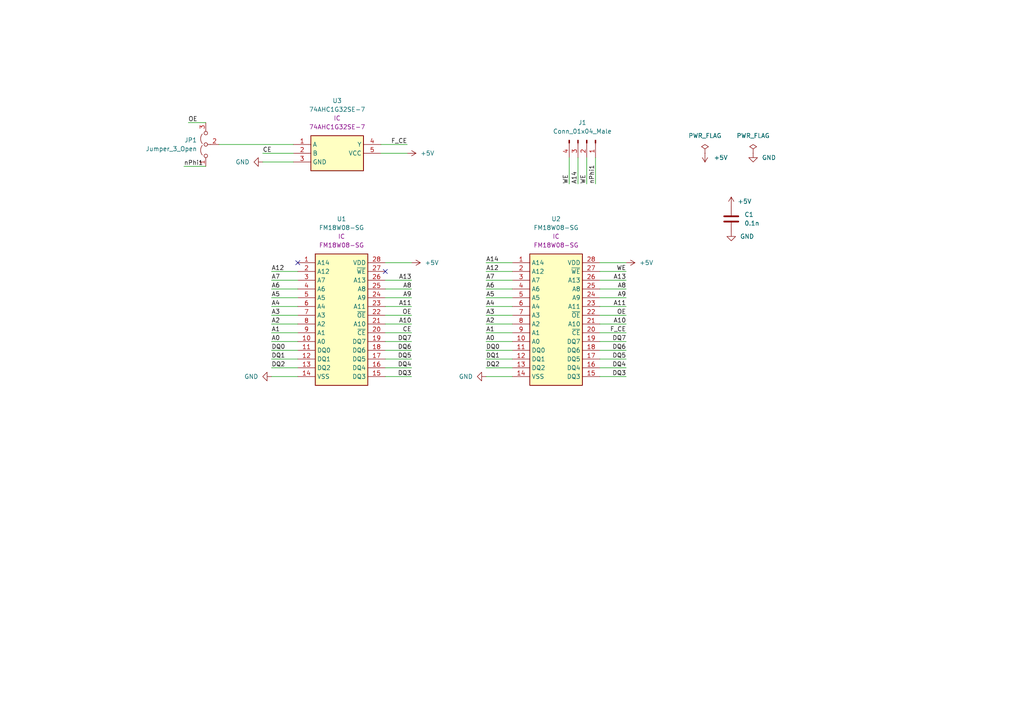
<source format=kicad_sch>
(kicad_sch (version 20211123) (generator eeschema)

  (uuid bddb2940-8bfd-4624-bc6d-da95a59967db)

  (paper "A4")

  (lib_symbols
    (symbol "BBC-SWROM-32:74AHC1G32SE-7" (in_bom yes) (on_board yes)
      (property "Reference" "" (id 0) (at 0 0 0)
        (effects (font (size 1.27 1.27)))
      )
      (property "Value" "74AHC1G32SE-7" (id 1) (at 0 0 0)
        (effects (font (size 1.27 1.27)))
      )
      (property "Footprint" "" (id 2) (at 0 0 0)
        (effects (font (size 1.27 1.27)) hide)
      )
      (property "Datasheet" "" (id 3) (at 0 0 0)
        (effects (font (size 1.27 1.27)) hide)
      )
      (property "Reference_1" "U" (id 4) (at 21.59 7.62 0)
        (effects (font (size 1.27 1.27)) (justify left top))
      )
      (property "Value_1" "74AHC1G32SE-7" (id 5) (at 21.59 5.08 0)
        (effects (font (size 1.27 1.27)) (justify left top))
      )
      (property "Footprint_1" "SOT65P210X110-5N" (id 6) (at 21.59 -94.92 0)
        (effects (font (size 1.27 1.27)) (justify left top) hide)
      )
      (property "Datasheet_1" "" (id 7) (at 21.59 -194.92 0)
        (effects (font (size 1.27 1.27)) (justify left top) hide)
      )
      (property "Height" "1.1" (id 8) (at 21.59 -394.92 0)
        (effects (font (size 1.27 1.27)) (justify left top) hide)
      )
      (property "Mouser Part Number" "621-74AHC1G32SE-7" (id 9) (at 21.59 -494.92 0)
        (effects (font (size 1.27 1.27)) (justify left top) hide)
      )
      (property "Mouser Price/Stock" "https://www.mouser.co.uk/ProductDetail/Diodes-Incorporated/74AHC1G32SE-7?qs=aOs975IaWlmmUQ8iQjImmQ%3D%3D" (id 10) (at 21.59 -594.92 0)
        (effects (font (size 1.27 1.27)) (justify left top) hide)
      )
      (property "Manufacturer_Name" "Diodes Incorporated" (id 11) (at 21.59 -694.92 0)
        (effects (font (size 1.27 1.27)) (justify left top) hide)
      )
      (property "Manufacturer_Part_Number" "74AHC1G32SE-7" (id 12) (at 21.59 -794.92 0)
        (effects (font (size 1.27 1.27)) (justify left top) hide)
      )
      (property "ki_description" "DiodesZetex 74AHC1G32SE-7, OR 2 Input OR Schmitt Trigger, 2  5.5 V, 5-Pin SOT-353" (id 13) (at 0 0 0)
        (effects (font (size 1.27 1.27)) hide)
      )
      (symbol "74AHC1G32SE-7_1_1"
        (rectangle (start 5.08 2.54) (end 20.32 -7.62)
          (stroke (width 0.254) (type default) (color 0 0 0 0))
          (fill (type background))
        )
        (pin passive line (at 0 0 0) (length 5.08)
          (name "A" (effects (font (size 1.27 1.27))))
          (number "1" (effects (font (size 1.27 1.27))))
        )
        (pin passive line (at 0 -2.54 0) (length 5.08)
          (name "B" (effects (font (size 1.27 1.27))))
          (number "2" (effects (font (size 1.27 1.27))))
        )
        (pin passive line (at 0 -5.08 0) (length 5.08)
          (name "GND" (effects (font (size 1.27 1.27))))
          (number "3" (effects (font (size 1.27 1.27))))
        )
        (pin passive line (at 25.4 0 180) (length 5.08)
          (name "Y" (effects (font (size 1.27 1.27))))
          (number "4" (effects (font (size 1.27 1.27))))
        )
        (pin passive line (at 25.4 -2.54 180) (length 5.08)
          (name "VCC" (effects (font (size 1.27 1.27))))
          (number "5" (effects (font (size 1.27 1.27))))
        )
      )
    )
    (symbol "BBC-SWROM-32:FM18W08-SG" (in_bom yes) (on_board yes)
      (property "Reference" "" (id 0) (at 0 0 0)
        (effects (font (size 1.27 1.27)))
      )
      (property "Value" "FM18W08-SG" (id 1) (at 0 0 0)
        (effects (font (size 1.27 1.27)))
      )
      (property "Footprint" "" (id 2) (at 0 0 0)
        (effects (font (size 1.27 1.27)) hide)
      )
      (property "Datasheet" "" (id 3) (at 0 0 0)
        (effects (font (size 1.27 1.27)) hide)
      )
      (property "Reference_1" "IC" (id 4) (at 21.59 7.62 0)
        (effects (font (size 1.27 1.27)) (justify left top))
      )
      (property "Value_1" "FM18W08-SG" (id 5) (at 21.59 5.08 0)
        (effects (font (size 1.27 1.27)) (justify left top))
      )
      (property "Footprint_1" "SOIC127P1032X267-28N" (id 6) (at 21.59 -94.92 0)
        (effects (font (size 1.27 1.27)) (justify left top) hide)
      )
      (property "Datasheet_1" "https://datasheet.lcsc.com/szlcsc/1912121734_Cypress-Semicon-FM18W08-SG_C466863.pdf" (id 7) (at 21.59 -194.92 0)
        (effects (font (size 1.27 1.27)) (justify left top) hide)
      )
      (property "Height" "2.67" (id 8) (at 21.59 -394.92 0)
        (effects (font (size 1.27 1.27)) (justify left top) hide)
      )
      (property "Mouser Part Number" "877-FM18W08-SG" (id 9) (at 21.59 -494.92 0)
        (effects (font (size 1.27 1.27)) (justify left top) hide)
      )
      (property "Mouser Price/Stock" "https://www.mouser.co.uk/ProductDetail/Cypress-Semiconductor/FM18W08-SG?qs=pA5MXup5wxFn8ycSpj%2F1UA%3D%3D" (id 10) (at 21.59 -594.92 0)
        (effects (font (size 1.27 1.27)) (justify left top) hide)
      )
      (property "Manufacturer_Name" "Cypress Semiconductor" (id 11) (at 21.59 -694.92 0)
        (effects (font (size 1.27 1.27)) (justify left top) hide)
      )
      (property "Manufacturer_Part_Number" "FM18W08-SG" (id 12) (at 21.59 -794.92 0)
        (effects (font (size 1.27 1.27)) (justify left top) hide)
      )
      (property "ki_description" "256-Kbit (32 K  8) Wide Voltage Bytewide F-RAM Memory" (id 13) (at 0 0 0)
        (effects (font (size 1.27 1.27)) hide)
      )
      (symbol "FM18W08-SG_1_1"
        (rectangle (start 5.08 2.54) (end 20.32 -35.56)
          (stroke (width 0.254) (type default) (color 0 0 0 0))
          (fill (type background))
        )
        (pin passive line (at 0 0 0) (length 5.08)
          (name "A14" (effects (font (size 1.27 1.27))))
          (number "1" (effects (font (size 1.27 1.27))))
        )
        (pin passive line (at 0 -22.86 0) (length 5.08)
          (name "A0" (effects (font (size 1.27 1.27))))
          (number "10" (effects (font (size 1.27 1.27))))
        )
        (pin passive line (at 0 -25.4 0) (length 5.08)
          (name "DQ0" (effects (font (size 1.27 1.27))))
          (number "11" (effects (font (size 1.27 1.27))))
        )
        (pin passive line (at 0 -27.94 0) (length 5.08)
          (name "DQ1" (effects (font (size 1.27 1.27))))
          (number "12" (effects (font (size 1.27 1.27))))
        )
        (pin passive line (at 0 -30.48 0) (length 5.08)
          (name "DQ2" (effects (font (size 1.27 1.27))))
          (number "13" (effects (font (size 1.27 1.27))))
        )
        (pin passive line (at 0 -33.02 0) (length 5.08)
          (name "VSS" (effects (font (size 1.27 1.27))))
          (number "14" (effects (font (size 1.27 1.27))))
        )
        (pin passive line (at 25.4 -33.02 180) (length 5.08)
          (name "DQ3" (effects (font (size 1.27 1.27))))
          (number "15" (effects (font (size 1.27 1.27))))
        )
        (pin passive line (at 25.4 -30.48 180) (length 5.08)
          (name "DQ4" (effects (font (size 1.27 1.27))))
          (number "16" (effects (font (size 1.27 1.27))))
        )
        (pin passive line (at 25.4 -27.94 180) (length 5.08)
          (name "DQ5" (effects (font (size 1.27 1.27))))
          (number "17" (effects (font (size 1.27 1.27))))
        )
        (pin passive line (at 25.4 -25.4 180) (length 5.08)
          (name "DQ6" (effects (font (size 1.27 1.27))))
          (number "18" (effects (font (size 1.27 1.27))))
        )
        (pin passive line (at 25.4 -22.86 180) (length 5.08)
          (name "DQ7" (effects (font (size 1.27 1.27))))
          (number "19" (effects (font (size 1.27 1.27))))
        )
        (pin passive line (at 0 -2.54 0) (length 5.08)
          (name "A12" (effects (font (size 1.27 1.27))))
          (number "2" (effects (font (size 1.27 1.27))))
        )
        (pin passive line (at 25.4 -20.32 180) (length 5.08)
          (name "~{CE}" (effects (font (size 1.27 1.27))))
          (number "20" (effects (font (size 1.27 1.27))))
        )
        (pin passive line (at 25.4 -17.78 180) (length 5.08)
          (name "A10" (effects (font (size 1.27 1.27))))
          (number "21" (effects (font (size 1.27 1.27))))
        )
        (pin passive line (at 25.4 -15.24 180) (length 5.08)
          (name "~{OE}" (effects (font (size 1.27 1.27))))
          (number "22" (effects (font (size 1.27 1.27))))
        )
        (pin passive line (at 25.4 -12.7 180) (length 5.08)
          (name "A11" (effects (font (size 1.27 1.27))))
          (number "23" (effects (font (size 1.27 1.27))))
        )
        (pin passive line (at 25.4 -10.16 180) (length 5.08)
          (name "A9" (effects (font (size 1.27 1.27))))
          (number "24" (effects (font (size 1.27 1.27))))
        )
        (pin passive line (at 25.4 -7.62 180) (length 5.08)
          (name "A8" (effects (font (size 1.27 1.27))))
          (number "25" (effects (font (size 1.27 1.27))))
        )
        (pin passive line (at 25.4 -5.08 180) (length 5.08)
          (name "A13" (effects (font (size 1.27 1.27))))
          (number "26" (effects (font (size 1.27 1.27))))
        )
        (pin passive line (at 25.4 -2.54 180) (length 5.08)
          (name "~{WE}" (effects (font (size 1.27 1.27))))
          (number "27" (effects (font (size 1.27 1.27))))
        )
        (pin passive line (at 25.4 0 180) (length 5.08)
          (name "VDD" (effects (font (size 1.27 1.27))))
          (number "28" (effects (font (size 1.27 1.27))))
        )
        (pin passive line (at 0 -5.08 0) (length 5.08)
          (name "A7" (effects (font (size 1.27 1.27))))
          (number "3" (effects (font (size 1.27 1.27))))
        )
        (pin passive line (at 0 -7.62 0) (length 5.08)
          (name "A6" (effects (font (size 1.27 1.27))))
          (number "4" (effects (font (size 1.27 1.27))))
        )
        (pin passive line (at 0 -10.16 0) (length 5.08)
          (name "A5" (effects (font (size 1.27 1.27))))
          (number "5" (effects (font (size 1.27 1.27))))
        )
        (pin passive line (at 0 -12.7 0) (length 5.08)
          (name "A4" (effects (font (size 1.27 1.27))))
          (number "6" (effects (font (size 1.27 1.27))))
        )
        (pin passive line (at 0 -15.24 0) (length 5.08)
          (name "A3" (effects (font (size 1.27 1.27))))
          (number "7" (effects (font (size 1.27 1.27))))
        )
        (pin passive line (at 0 -17.78 0) (length 5.08)
          (name "A2" (effects (font (size 1.27 1.27))))
          (number "8" (effects (font (size 1.27 1.27))))
        )
        (pin passive line (at 0 -20.32 0) (length 5.08)
          (name "A1" (effects (font (size 1.27 1.27))))
          (number "9" (effects (font (size 1.27 1.27))))
        )
      )
    )
    (symbol "Connector:Conn_01x04_Male" (pin_names (offset 1.016) hide) (in_bom yes) (on_board yes)
      (property "Reference" "J" (id 0) (at 0 5.08 0)
        (effects (font (size 1.27 1.27)))
      )
      (property "Value" "Conn_01x04_Male" (id 1) (at 0 -7.62 0)
        (effects (font (size 1.27 1.27)))
      )
      (property "Footprint" "" (id 2) (at 0 0 0)
        (effects (font (size 1.27 1.27)) hide)
      )
      (property "Datasheet" "~" (id 3) (at 0 0 0)
        (effects (font (size 1.27 1.27)) hide)
      )
      (property "ki_keywords" "connector" (id 4) (at 0 0 0)
        (effects (font (size 1.27 1.27)) hide)
      )
      (property "ki_description" "Generic connector, single row, 01x04, script generated (kicad-library-utils/schlib/autogen/connector/)" (id 5) (at 0 0 0)
        (effects (font (size 1.27 1.27)) hide)
      )
      (property "ki_fp_filters" "Connector*:*_1x??_*" (id 6) (at 0 0 0)
        (effects (font (size 1.27 1.27)) hide)
      )
      (symbol "Conn_01x04_Male_1_1"
        (polyline
          (pts
            (xy 1.27 -5.08)
            (xy 0.8636 -5.08)
          )
          (stroke (width 0.1524) (type default) (color 0 0 0 0))
          (fill (type none))
        )
        (polyline
          (pts
            (xy 1.27 -2.54)
            (xy 0.8636 -2.54)
          )
          (stroke (width 0.1524) (type default) (color 0 0 0 0))
          (fill (type none))
        )
        (polyline
          (pts
            (xy 1.27 0)
            (xy 0.8636 0)
          )
          (stroke (width 0.1524) (type default) (color 0 0 0 0))
          (fill (type none))
        )
        (polyline
          (pts
            (xy 1.27 2.54)
            (xy 0.8636 2.54)
          )
          (stroke (width 0.1524) (type default) (color 0 0 0 0))
          (fill (type none))
        )
        (rectangle (start 0.8636 -4.953) (end 0 -5.207)
          (stroke (width 0.1524) (type default) (color 0 0 0 0))
          (fill (type outline))
        )
        (rectangle (start 0.8636 -2.413) (end 0 -2.667)
          (stroke (width 0.1524) (type default) (color 0 0 0 0))
          (fill (type outline))
        )
        (rectangle (start 0.8636 0.127) (end 0 -0.127)
          (stroke (width 0.1524) (type default) (color 0 0 0 0))
          (fill (type outline))
        )
        (rectangle (start 0.8636 2.667) (end 0 2.413)
          (stroke (width 0.1524) (type default) (color 0 0 0 0))
          (fill (type outline))
        )
        (pin passive line (at 5.08 2.54 180) (length 3.81)
          (name "Pin_1" (effects (font (size 1.27 1.27))))
          (number "1" (effects (font (size 1.27 1.27))))
        )
        (pin passive line (at 5.08 0 180) (length 3.81)
          (name "Pin_2" (effects (font (size 1.27 1.27))))
          (number "2" (effects (font (size 1.27 1.27))))
        )
        (pin passive line (at 5.08 -2.54 180) (length 3.81)
          (name "Pin_3" (effects (font (size 1.27 1.27))))
          (number "3" (effects (font (size 1.27 1.27))))
        )
        (pin passive line (at 5.08 -5.08 180) (length 3.81)
          (name "Pin_4" (effects (font (size 1.27 1.27))))
          (number "4" (effects (font (size 1.27 1.27))))
        )
      )
    )
    (symbol "Device:C" (pin_numbers hide) (pin_names (offset 0.254)) (in_bom yes) (on_board yes)
      (property "Reference" "C" (id 0) (at 0.635 2.54 0)
        (effects (font (size 1.27 1.27)) (justify left))
      )
      (property "Value" "C" (id 1) (at 0.635 -2.54 0)
        (effects (font (size 1.27 1.27)) (justify left))
      )
      (property "Footprint" "" (id 2) (at 0.9652 -3.81 0)
        (effects (font (size 1.27 1.27)) hide)
      )
      (property "Datasheet" "~" (id 3) (at 0 0 0)
        (effects (font (size 1.27 1.27)) hide)
      )
      (property "ki_keywords" "cap capacitor" (id 4) (at 0 0 0)
        (effects (font (size 1.27 1.27)) hide)
      )
      (property "ki_description" "Unpolarized capacitor" (id 5) (at 0 0 0)
        (effects (font (size 1.27 1.27)) hide)
      )
      (property "ki_fp_filters" "C_*" (id 6) (at 0 0 0)
        (effects (font (size 1.27 1.27)) hide)
      )
      (symbol "C_0_1"
        (polyline
          (pts
            (xy -2.032 -0.762)
            (xy 2.032 -0.762)
          )
          (stroke (width 0.508) (type default) (color 0 0 0 0))
          (fill (type none))
        )
        (polyline
          (pts
            (xy -2.032 0.762)
            (xy 2.032 0.762)
          )
          (stroke (width 0.508) (type default) (color 0 0 0 0))
          (fill (type none))
        )
      )
      (symbol "C_1_1"
        (pin passive line (at 0 3.81 270) (length 2.794)
          (name "~" (effects (font (size 1.27 1.27))))
          (number "1" (effects (font (size 1.27 1.27))))
        )
        (pin passive line (at 0 -3.81 90) (length 2.794)
          (name "~" (effects (font (size 1.27 1.27))))
          (number "2" (effects (font (size 1.27 1.27))))
        )
      )
    )
    (symbol "Jumper:Jumper_3_Open" (pin_names (offset 0) hide) (in_bom yes) (on_board yes)
      (property "Reference" "JP" (id 0) (at -2.54 -2.54 0)
        (effects (font (size 1.27 1.27)))
      )
      (property "Value" "Jumper_3_Open" (id 1) (at 0 2.794 0)
        (effects (font (size 1.27 1.27)))
      )
      (property "Footprint" "" (id 2) (at 0 0 0)
        (effects (font (size 1.27 1.27)) hide)
      )
      (property "Datasheet" "~" (id 3) (at 0 0 0)
        (effects (font (size 1.27 1.27)) hide)
      )
      (property "ki_keywords" "Jumper SPDT" (id 4) (at 0 0 0)
        (effects (font (size 1.27 1.27)) hide)
      )
      (property "ki_description" "Jumper, 3-pole, both open" (id 5) (at 0 0 0)
        (effects (font (size 1.27 1.27)) hide)
      )
      (property "ki_fp_filters" "Jumper* TestPoint*3Pads* TestPoint*Bridge*" (id 6) (at 0 0 0)
        (effects (font (size 1.27 1.27)) hide)
      )
      (symbol "Jumper_3_Open_0_0"
        (circle (center -3.302 0) (radius 0.508)
          (stroke (width 0) (type default) (color 0 0 0 0))
          (fill (type none))
        )
        (circle (center 0 0) (radius 0.508)
          (stroke (width 0) (type default) (color 0 0 0 0))
          (fill (type none))
        )
        (circle (center 3.302 0) (radius 0.508)
          (stroke (width 0) (type default) (color 0 0 0 0))
          (fill (type none))
        )
      )
      (symbol "Jumper_3_Open_0_1"
        (arc (start -0.254 1.016) (mid -1.651 1.4992) (end -3.048 1.016)
          (stroke (width 0) (type default) (color 0 0 0 0))
          (fill (type none))
        )
        (polyline
          (pts
            (xy 0 -0.508)
            (xy 0 -1.27)
          )
          (stroke (width 0) (type default) (color 0 0 0 0))
          (fill (type none))
        )
        (arc (start 3.048 1.016) (mid 1.651 1.4992) (end 0.254 1.016)
          (stroke (width 0) (type default) (color 0 0 0 0))
          (fill (type none))
        )
      )
      (symbol "Jumper_3_Open_1_1"
        (pin passive line (at -6.35 0 0) (length 2.54)
          (name "A" (effects (font (size 1.27 1.27))))
          (number "1" (effects (font (size 1.27 1.27))))
        )
        (pin passive line (at 0 -3.81 90) (length 2.54)
          (name "C" (effects (font (size 1.27 1.27))))
          (number "2" (effects (font (size 1.27 1.27))))
        )
        (pin passive line (at 6.35 0 180) (length 2.54)
          (name "B" (effects (font (size 1.27 1.27))))
          (number "3" (effects (font (size 1.27 1.27))))
        )
      )
    )
    (symbol "power:+5V" (power) (pin_names (offset 0)) (in_bom yes) (on_board yes)
      (property "Reference" "#PWR" (id 0) (at 0 -3.81 0)
        (effects (font (size 1.27 1.27)) hide)
      )
      (property "Value" "+5V" (id 1) (at 0 3.556 0)
        (effects (font (size 1.27 1.27)))
      )
      (property "Footprint" "" (id 2) (at 0 0 0)
        (effects (font (size 1.27 1.27)) hide)
      )
      (property "Datasheet" "" (id 3) (at 0 0 0)
        (effects (font (size 1.27 1.27)) hide)
      )
      (property "ki_keywords" "global power" (id 4) (at 0 0 0)
        (effects (font (size 1.27 1.27)) hide)
      )
      (property "ki_description" "Power symbol creates a global label with name \"+5V\"" (id 5) (at 0 0 0)
        (effects (font (size 1.27 1.27)) hide)
      )
      (symbol "+5V_0_1"
        (polyline
          (pts
            (xy -0.762 1.27)
            (xy 0 2.54)
          )
          (stroke (width 0) (type default) (color 0 0 0 0))
          (fill (type none))
        )
        (polyline
          (pts
            (xy 0 0)
            (xy 0 2.54)
          )
          (stroke (width 0) (type default) (color 0 0 0 0))
          (fill (type none))
        )
        (polyline
          (pts
            (xy 0 2.54)
            (xy 0.762 1.27)
          )
          (stroke (width 0) (type default) (color 0 0 0 0))
          (fill (type none))
        )
      )
      (symbol "+5V_1_1"
        (pin power_in line (at 0 0 90) (length 0) hide
          (name "+5V" (effects (font (size 1.27 1.27))))
          (number "1" (effects (font (size 1.27 1.27))))
        )
      )
    )
    (symbol "power:GND" (power) (pin_names (offset 0)) (in_bom yes) (on_board yes)
      (property "Reference" "#PWR" (id 0) (at 0 -6.35 0)
        (effects (font (size 1.27 1.27)) hide)
      )
      (property "Value" "GND" (id 1) (at 0 -3.81 0)
        (effects (font (size 1.27 1.27)))
      )
      (property "Footprint" "" (id 2) (at 0 0 0)
        (effects (font (size 1.27 1.27)) hide)
      )
      (property "Datasheet" "" (id 3) (at 0 0 0)
        (effects (font (size 1.27 1.27)) hide)
      )
      (property "ki_keywords" "global power" (id 4) (at 0 0 0)
        (effects (font (size 1.27 1.27)) hide)
      )
      (property "ki_description" "Power symbol creates a global label with name \"GND\" , ground" (id 5) (at 0 0 0)
        (effects (font (size 1.27 1.27)) hide)
      )
      (symbol "GND_0_1"
        (polyline
          (pts
            (xy 0 0)
            (xy 0 -1.27)
            (xy 1.27 -1.27)
            (xy 0 -2.54)
            (xy -1.27 -1.27)
            (xy 0 -1.27)
          )
          (stroke (width 0) (type default) (color 0 0 0 0))
          (fill (type none))
        )
      )
      (symbol "GND_1_1"
        (pin power_in line (at 0 0 270) (length 0) hide
          (name "GND" (effects (font (size 1.27 1.27))))
          (number "1" (effects (font (size 1.27 1.27))))
        )
      )
    )
    (symbol "power:PWR_FLAG" (power) (pin_numbers hide) (pin_names (offset 0) hide) (in_bom yes) (on_board yes)
      (property "Reference" "#FLG" (id 0) (at 0 1.905 0)
        (effects (font (size 1.27 1.27)) hide)
      )
      (property "Value" "PWR_FLAG" (id 1) (at 0 3.81 0)
        (effects (font (size 1.27 1.27)))
      )
      (property "Footprint" "" (id 2) (at 0 0 0)
        (effects (font (size 1.27 1.27)) hide)
      )
      (property "Datasheet" "~" (id 3) (at 0 0 0)
        (effects (font (size 1.27 1.27)) hide)
      )
      (property "ki_keywords" "flag power" (id 4) (at 0 0 0)
        (effects (font (size 1.27 1.27)) hide)
      )
      (property "ki_description" "Special symbol for telling ERC where power comes from" (id 5) (at 0 0 0)
        (effects (font (size 1.27 1.27)) hide)
      )
      (symbol "PWR_FLAG_0_0"
        (pin power_out line (at 0 0 90) (length 0)
          (name "pwr" (effects (font (size 1.27 1.27))))
          (number "1" (effects (font (size 1.27 1.27))))
        )
      )
      (symbol "PWR_FLAG_0_1"
        (polyline
          (pts
            (xy 0 0)
            (xy 0 1.27)
            (xy -1.016 1.905)
            (xy 0 2.54)
            (xy 1.016 1.905)
            (xy 0 1.27)
          )
          (stroke (width 0) (type default) (color 0 0 0 0))
          (fill (type none))
        )
      )
    )
  )


  (no_connect (at 111.76 78.74) (uuid e5418be0-e3c6-4f53-9e97-aad480d46b7f))
  (no_connect (at 86.36 76.2) (uuid ed3153d6-8b55-4599-a98b-4340860f9fed))

  (wire (pts (xy 173.99 106.68) (xy 181.61 106.68))
    (stroke (width 0) (type default) (color 0 0 0 0))
    (uuid 0bf37ba5-7938-472f-830c-a954666a7712)
  )
  (wire (pts (xy 140.97 88.9) (xy 148.59 88.9))
    (stroke (width 0) (type default) (color 0 0 0 0))
    (uuid 0c734a84-a1eb-44b2-a70e-d37f451776c2)
  )
  (wire (pts (xy 111.76 76.2) (xy 119.38 76.2))
    (stroke (width 0) (type default) (color 0 0 0 0))
    (uuid 0fa1bef2-327f-4415-90d6-841c1c0a8871)
  )
  (wire (pts (xy 111.76 96.52) (xy 119.38 96.52))
    (stroke (width 0) (type default) (color 0 0 0 0))
    (uuid 1269921d-0785-4e06-96b9-12cac71d1bd1)
  )
  (wire (pts (xy 111.76 101.6) (xy 119.38 101.6))
    (stroke (width 0) (type default) (color 0 0 0 0))
    (uuid 17acbca0-52d4-4234-a197-1395fd842271)
  )
  (wire (pts (xy 173.99 96.52) (xy 181.61 96.52))
    (stroke (width 0) (type default) (color 0 0 0 0))
    (uuid 18d174be-d2ff-40c0-a318-4093bd1bf6c5)
  )
  (wire (pts (xy 173.99 83.82) (xy 181.61 83.82))
    (stroke (width 0) (type default) (color 0 0 0 0))
    (uuid 19efb213-5d03-4dcf-a082-38d01f3a3b09)
  )
  (wire (pts (xy 78.74 86.36) (xy 86.36 86.36))
    (stroke (width 0) (type default) (color 0 0 0 0))
    (uuid 28f46747-da68-44c1-aa54-d8d5f18bd16c)
  )
  (wire (pts (xy 78.74 83.82) (xy 86.36 83.82))
    (stroke (width 0) (type default) (color 0 0 0 0))
    (uuid 32c742c5-0ab7-4789-ba06-c63d21678d64)
  )
  (wire (pts (xy 140.97 106.68) (xy 148.59 106.68))
    (stroke (width 0) (type default) (color 0 0 0 0))
    (uuid 3847480c-400c-45a4-9ab5-041bbcb1293b)
  )
  (wire (pts (xy 54.61 35.56) (xy 59.69 35.56))
    (stroke (width 0) (type default) (color 0 0 0 0))
    (uuid 3992480d-a912-44c9-9599-511688c566aa)
  )
  (wire (pts (xy 140.97 91.44) (xy 148.59 91.44))
    (stroke (width 0) (type default) (color 0 0 0 0))
    (uuid 3b414fa5-b1ac-4ef9-91d2-404069853d7e)
  )
  (wire (pts (xy 78.74 96.52) (xy 86.36 96.52))
    (stroke (width 0) (type default) (color 0 0 0 0))
    (uuid 3d1d0b3c-23b6-4c58-969a-3893b04c2454)
  )
  (wire (pts (xy 170.18 45.72) (xy 170.18 53.34))
    (stroke (width 0) (type default) (color 0 0 0 0))
    (uuid 43f1003f-84f3-4acb-bdcc-9e6d6363ada4)
  )
  (wire (pts (xy 173.99 99.06) (xy 181.61 99.06))
    (stroke (width 0) (type default) (color 0 0 0 0))
    (uuid 442516d5-0787-4077-8e18-ab4514f3173b)
  )
  (wire (pts (xy 78.74 91.44) (xy 86.36 91.44))
    (stroke (width 0) (type default) (color 0 0 0 0))
    (uuid 52763311-ad59-4659-8bdf-a99502075647)
  )
  (wire (pts (xy 78.74 109.22) (xy 86.36 109.22))
    (stroke (width 0) (type default) (color 0 0 0 0))
    (uuid 53c5fa38-afa9-433a-8e1b-392b54eada25)
  )
  (wire (pts (xy 78.74 78.74) (xy 86.36 78.74))
    (stroke (width 0) (type default) (color 0 0 0 0))
    (uuid 55e636a0-af77-4415-b572-21b42cd0eba8)
  )
  (wire (pts (xy 78.74 106.68) (xy 86.36 106.68))
    (stroke (width 0) (type default) (color 0 0 0 0))
    (uuid 5909b9af-7ab5-4223-8042-43d33f3f6ccf)
  )
  (wire (pts (xy 63.5 41.91) (xy 85.09 41.91))
    (stroke (width 0) (type default) (color 0 0 0 0))
    (uuid 596aa1e4-4c7f-45ff-8411-6e1473614e3c)
  )
  (wire (pts (xy 140.97 109.22) (xy 148.59 109.22))
    (stroke (width 0) (type default) (color 0 0 0 0))
    (uuid 5e889e6e-2557-449a-bd77-6ab3efe0ed80)
  )
  (wire (pts (xy 111.76 93.98) (xy 119.38 93.98))
    (stroke (width 0) (type default) (color 0 0 0 0))
    (uuid 636087a6-8e53-4b7b-8893-b53da52634c5)
  )
  (wire (pts (xy 111.76 81.28) (xy 119.38 81.28))
    (stroke (width 0) (type default) (color 0 0 0 0))
    (uuid 678fa66a-1071-464b-9611-aa02cfc60a67)
  )
  (wire (pts (xy 173.99 86.36) (xy 181.61 86.36))
    (stroke (width 0) (type default) (color 0 0 0 0))
    (uuid 684e9f8a-db98-41b0-b371-2c6e62af5609)
  )
  (wire (pts (xy 111.76 109.22) (xy 119.38 109.22))
    (stroke (width 0) (type default) (color 0 0 0 0))
    (uuid 6867056e-d55e-4836-a94b-302ff4cc900c)
  )
  (wire (pts (xy 140.97 83.82) (xy 148.59 83.82))
    (stroke (width 0) (type default) (color 0 0 0 0))
    (uuid 6bfaaf2e-221c-4f3d-b042-8c82cb5c1926)
  )
  (wire (pts (xy 140.97 93.98) (xy 148.59 93.98))
    (stroke (width 0) (type default) (color 0 0 0 0))
    (uuid 74deb835-42d0-4fb7-be02-338f4721f47c)
  )
  (wire (pts (xy 110.49 41.91) (xy 118.11 41.91))
    (stroke (width 0) (type default) (color 0 0 0 0))
    (uuid 7905dfa3-d2ac-485b-acf7-0a07f4fde5ec)
  )
  (wire (pts (xy 173.99 91.44) (xy 181.61 91.44))
    (stroke (width 0) (type default) (color 0 0 0 0))
    (uuid 8011c827-91ef-4f9b-b756-a1b18d139dd3)
  )
  (wire (pts (xy 165.1 45.72) (xy 165.1 53.34))
    (stroke (width 0) (type default) (color 0 0 0 0))
    (uuid 8021e674-5e70-4d07-a990-f1a3237304ae)
  )
  (wire (pts (xy 140.97 76.2) (xy 148.59 76.2))
    (stroke (width 0) (type default) (color 0 0 0 0))
    (uuid 81f15888-0397-4d94-8ec5-b69612f8a217)
  )
  (wire (pts (xy 76.2 44.45) (xy 85.09 44.45))
    (stroke (width 0) (type default) (color 0 0 0 0))
    (uuid 866c1007-d840-468e-a987-ba524fa7c6bb)
  )
  (wire (pts (xy 173.99 76.2) (xy 181.61 76.2))
    (stroke (width 0) (type default) (color 0 0 0 0))
    (uuid 89318a67-829a-42a3-93f4-7fb84231c609)
  )
  (wire (pts (xy 140.97 104.14) (xy 148.59 104.14))
    (stroke (width 0) (type default) (color 0 0 0 0))
    (uuid 89b968a3-37eb-4ff6-979e-b991d35d77e0)
  )
  (wire (pts (xy 78.74 99.06) (xy 86.36 99.06))
    (stroke (width 0) (type default) (color 0 0 0 0))
    (uuid 8ad06fcc-cc99-4a0c-baa3-2b8e368bdf67)
  )
  (wire (pts (xy 140.97 86.36) (xy 148.59 86.36))
    (stroke (width 0) (type default) (color 0 0 0 0))
    (uuid 8c09bdb9-1335-4269-9a27-509ad4dd6ec9)
  )
  (wire (pts (xy 78.74 104.14) (xy 86.36 104.14))
    (stroke (width 0) (type default) (color 0 0 0 0))
    (uuid 8c4abf94-b235-4eab-baf5-8046b4e8c172)
  )
  (wire (pts (xy 111.76 83.82) (xy 119.38 83.82))
    (stroke (width 0) (type default) (color 0 0 0 0))
    (uuid 8fb80bc7-cf92-4d30-b35c-cbcdf30245f7)
  )
  (wire (pts (xy 111.76 99.06) (xy 119.38 99.06))
    (stroke (width 0) (type default) (color 0 0 0 0))
    (uuid 8fc0a8a8-2c40-4225-bb8e-571c707e0bd1)
  )
  (wire (pts (xy 111.76 106.68) (xy 119.38 106.68))
    (stroke (width 0) (type default) (color 0 0 0 0))
    (uuid 9b0f235a-7910-4701-b60b-22c200338cab)
  )
  (wire (pts (xy 140.97 101.6) (xy 148.59 101.6))
    (stroke (width 0) (type default) (color 0 0 0 0))
    (uuid 9b7e67eb-6b77-4af6-96a0-6ba64c54c0d1)
  )
  (wire (pts (xy 173.99 81.28) (xy 181.61 81.28))
    (stroke (width 0) (type default) (color 0 0 0 0))
    (uuid 9b89bb6d-0a21-463c-9208-b0c6907571f0)
  )
  (wire (pts (xy 78.74 93.98) (xy 86.36 93.98))
    (stroke (width 0) (type default) (color 0 0 0 0))
    (uuid 9dfe63ed-1d68-4c82-b187-a729fd80e107)
  )
  (wire (pts (xy 173.99 109.22) (xy 181.61 109.22))
    (stroke (width 0) (type default) (color 0 0 0 0))
    (uuid a2e2e532-ba97-4b3c-9794-5f86d48f8f3f)
  )
  (wire (pts (xy 172.72 45.72) (xy 172.72 53.34))
    (stroke (width 0) (type default) (color 0 0 0 0))
    (uuid a47e4068-a26e-43e8-840f-7960a534b882)
  )
  (wire (pts (xy 173.99 93.98) (xy 181.61 93.98))
    (stroke (width 0) (type default) (color 0 0 0 0))
    (uuid a60d4410-bf1c-4370-b404-c0745a01bee2)
  )
  (wire (pts (xy 140.97 99.06) (xy 148.59 99.06))
    (stroke (width 0) (type default) (color 0 0 0 0))
    (uuid a7b254a7-189f-414c-a662-05b6e4dbc680)
  )
  (wire (pts (xy 111.76 86.36) (xy 119.38 86.36))
    (stroke (width 0) (type default) (color 0 0 0 0))
    (uuid abb5b660-d56a-4042-abfd-07a263c2df20)
  )
  (wire (pts (xy 173.99 101.6) (xy 181.61 101.6))
    (stroke (width 0) (type default) (color 0 0 0 0))
    (uuid b46328e3-572f-4db2-9d16-c2915845ea49)
  )
  (wire (pts (xy 173.99 78.74) (xy 181.61 78.74))
    (stroke (width 0) (type default) (color 0 0 0 0))
    (uuid b818b426-d174-4185-9010-910474eb8f5e)
  )
  (wire (pts (xy 173.99 104.14) (xy 181.61 104.14))
    (stroke (width 0) (type default) (color 0 0 0 0))
    (uuid c0a5d8e0-4724-4481-b6a1-74f8dbedd318)
  )
  (wire (pts (xy 111.76 104.14) (xy 119.38 104.14))
    (stroke (width 0) (type default) (color 0 0 0 0))
    (uuid c39ba7d1-a364-44c4-a995-eba8436beb2d)
  )
  (wire (pts (xy 173.99 88.9) (xy 181.61 88.9))
    (stroke (width 0) (type default) (color 0 0 0 0))
    (uuid c44e2f0d-8618-4c71-8903-9e55eba6851d)
  )
  (wire (pts (xy 78.74 101.6) (xy 86.36 101.6))
    (stroke (width 0) (type default) (color 0 0 0 0))
    (uuid c7c47b1c-dc20-49d4-acee-5116e955c717)
  )
  (wire (pts (xy 76.2 46.99) (xy 85.09 46.99))
    (stroke (width 0) (type default) (color 0 0 0 0))
    (uuid d1067be5-720e-4605-b17f-9574ff7f83f8)
  )
  (wire (pts (xy 140.97 81.28) (xy 148.59 81.28))
    (stroke (width 0) (type default) (color 0 0 0 0))
    (uuid d230a475-dbad-48ab-8b1e-4aa80adbeaf6)
  )
  (wire (pts (xy 167.64 45.72) (xy 167.64 53.34))
    (stroke (width 0) (type default) (color 0 0 0 0))
    (uuid d2e6747c-135d-47e9-a038-7ece0572eb58)
  )
  (wire (pts (xy 140.97 96.52) (xy 148.59 96.52))
    (stroke (width 0) (type default) (color 0 0 0 0))
    (uuid dc004f67-dfe5-472d-b679-a1f2bf20e4de)
  )
  (wire (pts (xy 53.34 48.26) (xy 59.69 48.26))
    (stroke (width 0) (type default) (color 0 0 0 0))
    (uuid e03cef14-6b82-4d08-8d1a-18bc3a2da4b4)
  )
  (wire (pts (xy 110.49 44.45) (xy 118.11 44.45))
    (stroke (width 0) (type default) (color 0 0 0 0))
    (uuid e2cab6b7-444c-4209-a3ac-efc5ca303682)
  )
  (wire (pts (xy 111.76 88.9) (xy 119.38 88.9))
    (stroke (width 0) (type default) (color 0 0 0 0))
    (uuid e60a5f88-45b0-4d92-80c1-3c5f77f955b8)
  )
  (wire (pts (xy 78.74 88.9) (xy 86.36 88.9))
    (stroke (width 0) (type default) (color 0 0 0 0))
    (uuid e6f001fa-4908-492a-b429-b9c5d00ecbe1)
  )
  (wire (pts (xy 140.97 78.74) (xy 148.59 78.74))
    (stroke (width 0) (type default) (color 0 0 0 0))
    (uuid f07c0dd7-ab4f-4912-8467-a5079665dd51)
  )
  (wire (pts (xy 78.74 81.28) (xy 86.36 81.28))
    (stroke (width 0) (type default) (color 0 0 0 0))
    (uuid f6587b9f-1ff2-4b2e-a0ad-1f056821982a)
  )
  (wire (pts (xy 111.76 91.44) (xy 119.38 91.44))
    (stroke (width 0) (type default) (color 0 0 0 0))
    (uuid f6916dff-3a68-4bfa-84df-743514685fa8)
  )

  (label "A10" (at 181.61 93.98 180)
    (effects (font (size 1.27 1.27)) (justify right bottom))
    (uuid 07d7dfb8-f9b7-4673-bb93-e0e3cba68067)
  )
  (label "A2" (at 140.97 93.98 0)
    (effects (font (size 1.27 1.27)) (justify left bottom))
    (uuid 0bb703bb-088a-4f58-9003-1f30ee8ca87c)
  )
  (label "F_CE" (at 181.61 96.52 180)
    (effects (font (size 1.27 1.27)) (justify right bottom))
    (uuid 152ea72c-f905-4718-aec8-1d76551d3af8)
  )
  (label "A5" (at 78.74 86.36 0)
    (effects (font (size 1.27 1.27)) (justify left bottom))
    (uuid 1989a83e-35fb-4770-9172-ab069f29489a)
  )
  (label "A1" (at 78.74 96.52 0)
    (effects (font (size 1.27 1.27)) (justify left bottom))
    (uuid 21156e59-8628-49be-9217-1388c1d9a022)
  )
  (label "DQ3" (at 181.61 109.22 180)
    (effects (font (size 1.27 1.27)) (justify right bottom))
    (uuid 2709dce3-82b7-4f11-886d-184edbad6cfe)
  )
  (label "A8" (at 119.38 83.82 180)
    (effects (font (size 1.27 1.27)) (justify right bottom))
    (uuid 280bb0ee-fc38-4dcb-90c9-555888b8a74d)
  )
  (label "A7" (at 140.97 81.28 0)
    (effects (font (size 1.27 1.27)) (justify left bottom))
    (uuid 2f3f366d-1f2e-425b-8d1d-88f9d6419196)
  )
  (label "DQ5" (at 181.61 104.14 180)
    (effects (font (size 1.27 1.27)) (justify right bottom))
    (uuid 3da2fa9d-3d25-40c5-8f2a-6ff6bd564df0)
  )
  (label "DQ1" (at 140.97 104.14 0)
    (effects (font (size 1.27 1.27)) (justify left bottom))
    (uuid 3fffeeee-a137-40a5-bccb-b28aa75157fc)
  )
  (label "nPhi1" (at 53.34 48.26 0)
    (effects (font (size 1.27 1.27)) (justify left bottom))
    (uuid 40bf62a6-dd17-48eb-9519-2d3571b82e20)
  )
  (label "A8" (at 181.61 83.82 180)
    (effects (font (size 1.27 1.27)) (justify right bottom))
    (uuid 412f46e0-b429-4e47-adee-08327e8c1a3e)
  )
  (label "A4" (at 140.97 88.9 0)
    (effects (font (size 1.27 1.27)) (justify left bottom))
    (uuid 456742b6-18a6-4053-8eb6-f97b8e021936)
  )
  (label "DQ1" (at 78.74 104.14 0)
    (effects (font (size 1.27 1.27)) (justify left bottom))
    (uuid 46144235-eacb-44ec-a751-f0f4e2c82e8a)
  )
  (label "A11" (at 181.61 88.9 180)
    (effects (font (size 1.27 1.27)) (justify right bottom))
    (uuid 464b5a6d-efd4-4721-8806-40d4504611b5)
  )
  (label "DQ7" (at 119.38 99.06 180)
    (effects (font (size 1.27 1.27)) (justify right bottom))
    (uuid 4adb6749-31c0-49af-9a03-13da2951b8c2)
  )
  (label "OE" (at 181.61 91.44 180)
    (effects (font (size 1.27 1.27)) (justify right bottom))
    (uuid 50d09740-9a80-4af7-9418-6df466abb37b)
  )
  (label "A13" (at 181.61 81.28 180)
    (effects (font (size 1.27 1.27)) (justify right bottom))
    (uuid 5db5a247-760f-444b-a1ee-81781dce956e)
  )
  (label "A11" (at 119.38 88.9 180)
    (effects (font (size 1.27 1.27)) (justify right bottom))
    (uuid 61e26575-4568-4d11-8316-33dfdb5a66d4)
  )
  (label "A1" (at 140.97 96.52 0)
    (effects (font (size 1.27 1.27)) (justify left bottom))
    (uuid 66f273e7-19bb-42b9-b3bf-cea17c978c90)
  )
  (label "WE" (at 165.1 53.34 90)
    (effects (font (size 1.27 1.27)) (justify left bottom))
    (uuid 6a5f1a38-dec2-4b55-8244-2a9650892a1d)
  )
  (label "A12" (at 140.97 78.74 0)
    (effects (font (size 1.27 1.27)) (justify left bottom))
    (uuid 6a815c96-758e-475c-bf99-f474dc253bee)
  )
  (label "DQ6" (at 181.61 101.6 180)
    (effects (font (size 1.27 1.27)) (justify right bottom))
    (uuid 6b608e9a-9c93-404a-9b77-e7d71841d950)
  )
  (label "A10" (at 119.38 93.98 180)
    (effects (font (size 1.27 1.27)) (justify right bottom))
    (uuid 6c75cfac-d944-4049-87d1-2a0e63a10bb4)
  )
  (label "A14" (at 140.97 76.2 0)
    (effects (font (size 1.27 1.27)) (justify left bottom))
    (uuid 6df72c47-e7bb-4002-b323-c9623664052e)
  )
  (label "nPhi1" (at 172.72 53.34 90)
    (effects (font (size 1.27 1.27)) (justify left bottom))
    (uuid 726201b6-0e81-49e3-b782-856002c956db)
  )
  (label "A2" (at 78.74 93.98 0)
    (effects (font (size 1.27 1.27)) (justify left bottom))
    (uuid 75494e76-5c7e-42ae-ac44-5e35794a0e78)
  )
  (label "A4" (at 78.74 88.9 0)
    (effects (font (size 1.27 1.27)) (justify left bottom))
    (uuid 78c51bf8-f293-497c-b1ce-e073fd41701c)
  )
  (label "DQ2" (at 140.97 106.68 0)
    (effects (font (size 1.27 1.27)) (justify left bottom))
    (uuid 835273b5-e308-4ea4-b5be-6c2f4a6afa19)
  )
  (label "DQ5" (at 119.38 104.14 180)
    (effects (font (size 1.27 1.27)) (justify right bottom))
    (uuid 87a5cae1-af90-4ae1-a7ce-c5fbb601c462)
  )
  (label "A12" (at 78.74 78.74 0)
    (effects (font (size 1.27 1.27)) (justify left bottom))
    (uuid 8a1c5795-9030-4d79-84db-bded586c27b2)
  )
  (label "A7" (at 78.74 81.28 0)
    (effects (font (size 1.27 1.27)) (justify left bottom))
    (uuid 8c0baac7-5975-46e5-979a-d74e4599e82c)
  )
  (label "A0" (at 78.74 99.06 0)
    (effects (font (size 1.27 1.27)) (justify left bottom))
    (uuid 922951f1-d317-4860-bfe2-2211773af0f3)
  )
  (label "DQ4" (at 181.61 106.68 180)
    (effects (font (size 1.27 1.27)) (justify right bottom))
    (uuid ab53201d-bfa2-4bf8-a6ab-2c9f44ba265d)
  )
  (label "A5" (at 140.97 86.36 0)
    (effects (font (size 1.27 1.27)) (justify left bottom))
    (uuid b1966983-cb10-4ef7-aea9-faf7d4d3516e)
  )
  (label "A6" (at 140.97 83.82 0)
    (effects (font (size 1.27 1.27)) (justify left bottom))
    (uuid b35f93bc-bad1-4580-817b-de81786c678a)
  )
  (label "DQ6" (at 119.38 101.6 180)
    (effects (font (size 1.27 1.27)) (justify right bottom))
    (uuid b5bde415-1f74-410b-9fab-535bd8e33fb3)
  )
  (label "A6" (at 78.74 83.82 0)
    (effects (font (size 1.27 1.27)) (justify left bottom))
    (uuid b87130d0-f854-4cbc-885b-9ec24f906240)
  )
  (label "A3" (at 78.74 91.44 0)
    (effects (font (size 1.27 1.27)) (justify left bottom))
    (uuid b97c1a17-6d5a-47f5-b6bf-b32c3919b3a9)
  )
  (label "WE" (at 170.18 53.34 90)
    (effects (font (size 1.27 1.27)) (justify left bottom))
    (uuid ba1067de-f352-488a-aa75-e162f61d555b)
  )
  (label "DQ7" (at 181.61 99.06 180)
    (effects (font (size 1.27 1.27)) (justify right bottom))
    (uuid beff5228-d0e1-4ed2-b910-9069f458b344)
  )
  (label "A3" (at 140.97 91.44 0)
    (effects (font (size 1.27 1.27)) (justify left bottom))
    (uuid c02b0ed1-1176-4080-889f-369793f4cf3d)
  )
  (label "CE" (at 119.38 96.52 180)
    (effects (font (size 1.27 1.27)) (justify right bottom))
    (uuid c0930b61-eb7c-46c8-b8a7-22d2b5d11bc0)
  )
  (label "OE" (at 54.61 35.56 0)
    (effects (font (size 1.27 1.27)) (justify left bottom))
    (uuid c6b8f22d-1ee8-4334-9544-d1ad8115a18a)
  )
  (label "A9" (at 181.61 86.36 180)
    (effects (font (size 1.27 1.27)) (justify right bottom))
    (uuid c7def3c0-f091-4740-a408-41b3c5defb09)
  )
  (label "DQ0" (at 78.74 101.6 0)
    (effects (font (size 1.27 1.27)) (justify left bottom))
    (uuid c80bb676-5e77-4ffc-8f74-b95adfae9e8a)
  )
  (label "DQ2" (at 78.74 106.68 0)
    (effects (font (size 1.27 1.27)) (justify left bottom))
    (uuid ceff9e99-764c-44b9-a3b6-9460f1bf61de)
  )
  (label "CE" (at 76.2 44.45 0)
    (effects (font (size 1.27 1.27)) (justify left bottom))
    (uuid d342b1f2-a17e-4fc1-b1bb-3bc5a5b3bdbe)
  )
  (label "A14" (at 167.64 53.34 90)
    (effects (font (size 1.27 1.27)) (justify left bottom))
    (uuid d4bce4d7-18f3-4b8f-9bf8-58d7e2b260cc)
  )
  (label "A0" (at 140.97 99.06 0)
    (effects (font (size 1.27 1.27)) (justify left bottom))
    (uuid d8ac593c-fc7a-4389-b27e-a9835c37f68d)
  )
  (label "F_CE" (at 118.11 41.91 180)
    (effects (font (size 1.27 1.27)) (justify right bottom))
    (uuid da019c04-638b-4eff-a3cb-8fd9ec4d99b9)
  )
  (label "DQ0" (at 140.97 101.6 0)
    (effects (font (size 1.27 1.27)) (justify left bottom))
    (uuid ddcc4068-3aaa-41ea-8cc7-8a56394db453)
  )
  (label "A9" (at 119.38 86.36 180)
    (effects (font (size 1.27 1.27)) (justify right bottom))
    (uuid e06ee877-7735-4d7a-b142-9d505f1e9d84)
  )
  (label "OE" (at 119.38 91.44 180)
    (effects (font (size 1.27 1.27)) (justify right bottom))
    (uuid ef0f8a47-aea5-472d-b046-de9b2fb198ec)
  )
  (label "A13" (at 119.38 81.28 180)
    (effects (font (size 1.27 1.27)) (justify right bottom))
    (uuid f650adb1-054c-48a4-878d-e1246123b94b)
  )
  (label "DQ4" (at 119.38 106.68 180)
    (effects (font (size 1.27 1.27)) (justify right bottom))
    (uuid f74d291c-d579-49f8-9b95-d3d48de25fff)
  )
  (label "WE" (at 181.61 78.74 180)
    (effects (font (size 1.27 1.27)) (justify right bottom))
    (uuid f9740d52-fb30-4089-99f8-b6b2191d079c)
  )
  (label "DQ3" (at 119.38 109.22 180)
    (effects (font (size 1.27 1.27)) (justify right bottom))
    (uuid f9a210bd-c26c-4694-a189-037447665e2b)
  )

  (symbol (lib_id "power:GND") (at 218.44 44.45 0) (unit 1)
    (in_bom yes) (on_board yes) (fields_autoplaced)
    (uuid 0464c916-5da0-4031-906f-f43f6ceed442)
    (property "Reference" "#PWR0101" (id 0) (at 218.44 50.8 0)
      (effects (font (size 1.27 1.27)) hide)
    )
    (property "Value" "GND" (id 1) (at 220.98 45.7199 0)
      (effects (font (size 1.27 1.27)) (justify left))
    )
    (property "Footprint" "" (id 2) (at 218.44 44.45 0)
      (effects (font (size 1.27 1.27)) hide)
    )
    (property "Datasheet" "" (id 3) (at 218.44 44.45 0)
      (effects (font (size 1.27 1.27)) hide)
    )
    (pin "1" (uuid c1fe41f5-2c35-4c5a-843f-1bab7244ff7f))
  )

  (symbol (lib_id "power:PWR_FLAG") (at 204.47 44.45 0) (unit 1)
    (in_bom yes) (on_board yes) (fields_autoplaced)
    (uuid 04d703bd-96bf-46a9-b4d1-45ede35f7da0)
    (property "Reference" "#FLG01" (id 0) (at 204.47 42.545 0)
      (effects (font (size 1.27 1.27)) hide)
    )
    (property "Value" "PWR_FLAG" (id 1) (at 204.47 39.37 0))
    (property "Footprint" "" (id 2) (at 204.47 44.45 0)
      (effects (font (size 1.27 1.27)) hide)
    )
    (property "Datasheet" "~" (id 3) (at 204.47 44.45 0)
      (effects (font (size 1.27 1.27)) hide)
    )
    (pin "1" (uuid 11db9529-5ba7-4d03-b1e1-3ffb920a3339))
  )

  (symbol (lib_id "BBC-SWROM-32:FM18W08-SG") (at 148.59 76.2 0) (unit 1)
    (in_bom yes) (on_board yes) (fields_autoplaced)
    (uuid 066b2695-f11c-4e3c-a696-1686c03075b1)
    (property "Reference" "U2" (id 0) (at 161.29 63.5 0))
    (property "Value" "FM18W08-SG" (id 1) (at 161.29 66.04 0))
    (property "Footprint" "BBCB-SWROM-32:FM18W08" (id 2) (at 148.59 76.2 0)
      (effects (font (size 1.27 1.27)) hide)
    )
    (property "Datasheet" "" (id 3) (at 148.59 76.2 0)
      (effects (font (size 1.27 1.27)) hide)
    )
    (property "Reference_1" "IC" (id 4) (at 161.29 68.58 0))
    (property "Value_1" "FM18W08-SG" (id 5) (at 161.29 71.12 0))
    (property "Footprint_1" "SOIC127P1032X267-28N" (id 6) (at 170.18 171.12 0)
      (effects (font (size 1.27 1.27)) (justify left top) hide)
    )
    (property "Datasheet_1" "https://datasheet.lcsc.com/szlcsc/1912121734_Cypress-Semicon-FM18W08-SG_C466863.pdf" (id 7) (at 170.18 271.12 0)
      (effects (font (size 1.27 1.27)) (justify left top) hide)
    )
    (property "Height" "2.67" (id 8) (at 170.18 471.12 0)
      (effects (font (size 1.27 1.27)) (justify left top) hide)
    )
    (property "Mouser Part Number" "877-FM18W08-SG" (id 9) (at 170.18 571.12 0)
      (effects (font (size 1.27 1.27)) (justify left top) hide)
    )
    (property "Mouser Price/Stock" "https://www.mouser.co.uk/ProductDetail/Cypress-Semiconductor/FM18W08-SG?qs=pA5MXup5wxFn8ycSpj%2F1UA%3D%3D" (id 10) (at 170.18 671.12 0)
      (effects (font (size 1.27 1.27)) (justify left top) hide)
    )
    (property "Manufacturer_Name" "Cypress Semiconductor" (id 11) (at 170.18 771.12 0)
      (effects (font (size 1.27 1.27)) (justify left top) hide)
    )
    (property "Manufacturer_Part_Number" "FM18W08-SG" (id 12) (at 170.18 871.12 0)
      (effects (font (size 1.27 1.27)) (justify left top) hide)
    )
    (pin "1" (uuid dbd91224-3b07-456d-960a-87c3ffd732bf))
    (pin "10" (uuid 039e7c59-3d99-4274-8213-dc6288711e5e))
    (pin "11" (uuid da187e87-5970-469c-ad3d-7e9cbe2ba16a))
    (pin "12" (uuid ed37a760-fc88-4702-a0b6-1cd9bc84c8d2))
    (pin "13" (uuid ca832045-43c7-43f9-a2d6-158de6cd2030))
    (pin "14" (uuid ad79ee38-607e-42d9-9a22-ffecb79d022f))
    (pin "15" (uuid 72dea1b6-bb47-425d-931b-ab3a096b63b4))
    (pin "16" (uuid 63fd34bc-4eda-4ea2-994b-dfb87c0d6c51))
    (pin "17" (uuid 869b9a23-7ca2-466d-bf9d-45852687fcda))
    (pin "18" (uuid 5105f450-b926-4735-a361-f5d46b989791))
    (pin "19" (uuid fab763f1-333e-43d0-9686-1f3a87d88f88))
    (pin "2" (uuid 550992d4-59e2-4c23-9cfa-6f152a0a1568))
    (pin "20" (uuid 847d1a54-8d6d-4267-acde-ab187684779f))
    (pin "21" (uuid e6ecbd5a-93b5-4d5b-a04b-c1592946c52a))
    (pin "22" (uuid 347ddd1f-90e0-4677-ba1a-21bc7d0f5a60))
    (pin "23" (uuid 55112862-ff78-4ff9-9e0d-722a882bd914))
    (pin "24" (uuid 9bb34293-a092-423b-ae03-f1b5290b697c))
    (pin "25" (uuid 8d504c31-de6e-4394-8e39-4e0765fdcd9f))
    (pin "26" (uuid a862ebd5-fbf1-479f-b9bb-9cf4013c91c4))
    (pin "27" (uuid 9d328eac-2565-4dd2-a0c0-ba8fb3083299))
    (pin "28" (uuid 27076664-1d44-4a71-93d4-60e052aa047d))
    (pin "3" (uuid 2b1cd071-eaae-4dda-a6e7-8bfaf19f14e4))
    (pin "4" (uuid fe179909-f7f1-4729-ac41-d6bc1ffd3554))
    (pin "5" (uuid 825975fc-1e95-4fb9-b17c-b048dcbc44e0))
    (pin "6" (uuid 0072d305-bea6-4c5c-9df0-95e397377f8d))
    (pin "7" (uuid 6612a816-fb44-430e-867f-43a6e5c96b25))
    (pin "8" (uuid 29fae678-a847-4b09-95b2-a2aaee11e327))
    (pin "9" (uuid bb3f7e57-119d-4786-8b1c-ab4b7440ae97))
  )

  (symbol (lib_id "Connector:Conn_01x04_Male") (at 170.18 40.64 270) (unit 1)
    (in_bom yes) (on_board yes) (fields_autoplaced)
    (uuid 16bfd04c-00c1-4cf7-9df2-deab72c75f89)
    (property "Reference" "J1" (id 0) (at 168.91 35.56 90))
    (property "Value" "Conn_01x04_Male" (id 1) (at 168.91 38.1 90))
    (property "Footprint" "Connector_PinHeader_2.54mm:PinHeader_1x04_P2.54mm_Horizontal" (id 2) (at 170.18 40.64 0)
      (effects (font (size 1.27 1.27)) hide)
    )
    (property "Datasheet" "~" (id 3) (at 170.18 40.64 0)
      (effects (font (size 1.27 1.27)) hide)
    )
    (pin "1" (uuid 4f1616f5-3a95-44f5-891c-b2d4ecb3cf5b))
    (pin "2" (uuid 9383d214-31d3-4a59-a7f6-dbc0870af76e))
    (pin "3" (uuid 03326716-f08c-43bb-9f79-ccaff981baa3))
    (pin "4" (uuid 0740f2e4-bdec-4024-bb36-626de2aa535c))
  )

  (symbol (lib_id "Jumper:Jumper_3_Open") (at 59.69 41.91 90) (unit 1)
    (in_bom yes) (on_board yes) (fields_autoplaced)
    (uuid 2d795df8-5560-4af6-abcc-3cb9e61be91d)
    (property "Reference" "JP1" (id 0) (at 57.15 40.6399 90)
      (effects (font (size 1.27 1.27)) (justify left))
    )
    (property "Value" "Jumper_3_Open" (id 1) (at 57.15 43.1799 90)
      (effects (font (size 1.27 1.27)) (justify left))
    )
    (property "Footprint" "Jumper:SolderJumper-3_P2.0mm_Open_TrianglePad1.0x1.5mm_NumberLabels" (id 2) (at 59.69 41.91 0)
      (effects (font (size 1.27 1.27)) hide)
    )
    (property "Datasheet" "~" (id 3) (at 59.69 41.91 0)
      (effects (font (size 1.27 1.27)) hide)
    )
    (pin "1" (uuid 49cbc2a8-f091-4254-bf04-345d77dbf416))
    (pin "2" (uuid 3e000aaf-457b-48a7-8523-64223e98551e))
    (pin "3" (uuid 488ccbef-f367-4eac-88c6-872beae02372))
  )

  (symbol (lib_id "BBC-SWROM-32:FM18W08-SG") (at 86.36 76.2 0) (unit 1)
    (in_bom yes) (on_board yes) (fields_autoplaced)
    (uuid 39ca58d1-ca46-44e1-aa3d-6fefaa7abb06)
    (property "Reference" "U1" (id 0) (at 99.06 63.5 0))
    (property "Value" "FM18W08-SG" (id 1) (at 99.06 66.04 0))
    (property "Footprint" "Package_DIP:DIP-28_W15.24mm" (id 2) (at 86.36 76.2 0)
      (effects (font (size 1.27 1.27)) hide)
    )
    (property "Datasheet" "" (id 3) (at 86.36 76.2 0)
      (effects (font (size 1.27 1.27)) hide)
    )
    (property "Reference_1" "IC" (id 4) (at 99.06 68.58 0))
    (property "Value_1" "FM18W08-SG" (id 5) (at 99.06 71.12 0))
    (property "Footprint_1" "SOIC127P1032X267-28N" (id 6) (at 107.95 171.12 0)
      (effects (font (size 1.27 1.27)) (justify left top) hide)
    )
    (property "Datasheet_1" "https://datasheet.lcsc.com/szlcsc/1912121734_Cypress-Semicon-FM18W08-SG_C466863.pdf" (id 7) (at 107.95 271.12 0)
      (effects (font (size 1.27 1.27)) (justify left top) hide)
    )
    (property "Height" "2.67" (id 8) (at 107.95 471.12 0)
      (effects (font (size 1.27 1.27)) (justify left top) hide)
    )
    (property "Mouser Part Number" "877-FM18W08-SG" (id 9) (at 107.95 571.12 0)
      (effects (font (size 1.27 1.27)) (justify left top) hide)
    )
    (property "Mouser Price/Stock" "https://www.mouser.co.uk/ProductDetail/Cypress-Semiconductor/FM18W08-SG?qs=pA5MXup5wxFn8ycSpj%2F1UA%3D%3D" (id 10) (at 107.95 671.12 0)
      (effects (font (size 1.27 1.27)) (justify left top) hide)
    )
    (property "Manufacturer_Name" "Cypress Semiconductor" (id 11) (at 107.95 771.12 0)
      (effects (font (size 1.27 1.27)) (justify left top) hide)
    )
    (property "Manufacturer_Part_Number" "FM18W08-SG" (id 12) (at 107.95 871.12 0)
      (effects (font (size 1.27 1.27)) (justify left top) hide)
    )
    (pin "1" (uuid 1318d6ad-1bb6-433d-bc5e-e91d9d539cc5))
    (pin "10" (uuid 9509a4a7-093e-48ca-888e-517d4fa2a889))
    (pin "11" (uuid c536ffb1-e170-44f3-89d3-30fe261d508f))
    (pin "12" (uuid 368efb0c-bd8f-4153-b087-86cb862a603a))
    (pin "13" (uuid a6ae9643-6dbd-4dc2-b3f2-a695fa7c0789))
    (pin "14" (uuid 6616c594-ccb7-4f49-b168-ab397672e66c))
    (pin "15" (uuid 3afc04af-190f-4fd4-a7a3-1b631ef90673))
    (pin "16" (uuid 6a23edcb-ab58-46d8-b3c6-e75bff1ba42a))
    (pin "17" (uuid aa25307c-2741-408d-8d2c-ce1ed06bf81d))
    (pin "18" (uuid f806d6d2-020c-4154-8482-39c042a08348))
    (pin "19" (uuid 83569ce8-4754-4a31-9d88-c728ee43bc72))
    (pin "2" (uuid cca15a7c-b578-4e93-a2ab-05bb5f22a9f5))
    (pin "20" (uuid 898cff9f-be30-4740-be97-389a85fd377e))
    (pin "21" (uuid 4bbb7187-e095-471e-8b9e-b22d66c29323))
    (pin "22" (uuid 196a51ee-5e96-4e04-8827-61b8437d4402))
    (pin "23" (uuid d0caff7a-4678-4285-8400-ee73cf293079))
    (pin "24" (uuid df4b85b7-1e49-43b6-ac58-d310c9c75133))
    (pin "25" (uuid e20c6338-f673-4d26-be45-1bba2b34db76))
    (pin "26" (uuid 1cd1b5de-1314-4be1-b979-d31221b55d53))
    (pin "27" (uuid 7b6fdc87-8811-4252-9311-5af95004936c))
    (pin "28" (uuid e13cff68-be37-4678-be68-4dc39017255c))
    (pin "3" (uuid 33209c00-e040-4946-9cda-1816921c33d3))
    (pin "4" (uuid a3a471c8-7842-4f92-b317-f7c06c46e7da))
    (pin "5" (uuid 337bb39d-411c-47ee-952b-0ea9e02082d7))
    (pin "6" (uuid 8c219a2e-d78a-491b-9cc2-2f9cde5bbab1))
    (pin "7" (uuid 4b92351a-3f02-4b2d-ba62-b8fd5529e522))
    (pin "8" (uuid ea82463c-17ba-424a-b588-914ab33e47e0))
    (pin "9" (uuid 3f7bb81c-38ed-452b-b3e3-6c7ffe4d9565))
  )

  (symbol (lib_id "power:GND") (at 76.2 46.99 270) (unit 1)
    (in_bom yes) (on_board yes) (fields_autoplaced)
    (uuid 42f4703c-9ed9-4b42-ab67-b56fa1dad416)
    (property "Reference" "#PWR02" (id 0) (at 69.85 46.99 0)
      (effects (font (size 1.27 1.27)) hide)
    )
    (property "Value" "GND" (id 1) (at 72.39 46.9899 90)
      (effects (font (size 1.27 1.27)) (justify right))
    )
    (property "Footprint" "" (id 2) (at 76.2 46.99 0)
      (effects (font (size 1.27 1.27)) hide)
    )
    (property "Datasheet" "" (id 3) (at 76.2 46.99 0)
      (effects (font (size 1.27 1.27)) hide)
    )
    (pin "1" (uuid 4d84a632-0ace-45d0-a894-78aeb9d17cd3))
  )

  (symbol (lib_id "power:GND") (at 212.09 67.31 0) (unit 1)
    (in_bom yes) (on_board yes) (fields_autoplaced)
    (uuid 4738bd92-dedb-4308-9592-0334a070d4be)
    (property "Reference" "#PWR0102" (id 0) (at 212.09 73.66 0)
      (effects (font (size 1.27 1.27)) hide)
    )
    (property "Value" "GND" (id 1) (at 214.63 68.5799 0)
      (effects (font (size 1.27 1.27)) (justify left))
    )
    (property "Footprint" "" (id 2) (at 212.09 67.31 0)
      (effects (font (size 1.27 1.27)) hide)
    )
    (property "Datasheet" "" (id 3) (at 212.09 67.31 0)
      (effects (font (size 1.27 1.27)) hide)
    )
    (pin "1" (uuid 238ca1df-58a9-4d93-897a-a3d314b0fbef))
  )

  (symbol (lib_id "power:+5V") (at 212.09 59.69 0) (unit 1)
    (in_bom yes) (on_board yes) (fields_autoplaced)
    (uuid 4cbb0df1-2822-4c2b-a4f7-690827188046)
    (property "Reference" "#PWR0103" (id 0) (at 212.09 63.5 0)
      (effects (font (size 1.27 1.27)) hide)
    )
    (property "Value" "+5V" (id 1) (at 213.9146 58.4199 0)
      (effects (font (size 1.27 1.27)) (justify left))
    )
    (property "Footprint" "" (id 2) (at 212.09 59.69 0)
      (effects (font (size 1.27 1.27)) hide)
    )
    (property "Datasheet" "" (id 3) (at 212.09 59.69 0)
      (effects (font (size 1.27 1.27)) hide)
    )
    (pin "1" (uuid 3d012469-2672-4c25-94e4-4d472a363125))
  )

  (symbol (lib_id "power:PWR_FLAG") (at 218.44 44.45 0) (unit 1)
    (in_bom yes) (on_board yes) (fields_autoplaced)
    (uuid 5051807a-cbb6-4554-93de-8fd960fe4cd6)
    (property "Reference" "#FLG0101" (id 0) (at 218.44 42.545 0)
      (effects (font (size 1.27 1.27)) hide)
    )
    (property "Value" "PWR_FLAG" (id 1) (at 218.44 39.37 0))
    (property "Footprint" "" (id 2) (at 218.44 44.45 0)
      (effects (font (size 1.27 1.27)) hide)
    )
    (property "Datasheet" "~" (id 3) (at 218.44 44.45 0)
      (effects (font (size 1.27 1.27)) hide)
    )
    (pin "1" (uuid 07b64e4d-603d-4e52-a57a-154d45bbdde4))
  )

  (symbol (lib_id "power:GND") (at 78.74 109.22 270) (unit 1)
    (in_bom yes) (on_board yes) (fields_autoplaced)
    (uuid 50c77620-c27a-4230-84bc-9ad94c7a1e00)
    (property "Reference" "#PWR01" (id 0) (at 72.39 109.22 0)
      (effects (font (size 1.27 1.27)) hide)
    )
    (property "Value" "GND" (id 1) (at 74.93 109.2199 90)
      (effects (font (size 1.27 1.27)) (justify right))
    )
    (property "Footprint" "" (id 2) (at 78.74 109.22 0)
      (effects (font (size 1.27 1.27)) hide)
    )
    (property "Datasheet" "" (id 3) (at 78.74 109.22 0)
      (effects (font (size 1.27 1.27)) hide)
    )
    (pin "1" (uuid 98d32a50-fbce-4694-a10d-b7b1952c5c73))
  )

  (symbol (lib_id "power:+5V") (at 119.38 76.2 270) (unit 1)
    (in_bom yes) (on_board yes) (fields_autoplaced)
    (uuid 51af8ead-e862-4d74-87e9-529c94f7310b)
    (property "Reference" "#PWR03" (id 0) (at 115.57 76.2 0)
      (effects (font (size 1.27 1.27)) hide)
    )
    (property "Value" "+5V" (id 1) (at 123.19 76.1999 90)
      (effects (font (size 1.27 1.27)) (justify left))
    )
    (property "Footprint" "" (id 2) (at 119.38 76.2 0)
      (effects (font (size 1.27 1.27)) hide)
    )
    (property "Datasheet" "" (id 3) (at 119.38 76.2 0)
      (effects (font (size 1.27 1.27)) hide)
    )
    (pin "1" (uuid 173ba912-ab0d-41ea-8ef9-9591c4dcc178))
  )

  (symbol (lib_id "power:GND") (at 140.97 109.22 270) (unit 1)
    (in_bom yes) (on_board yes) (fields_autoplaced)
    (uuid 54be5d1c-f1c5-4024-88c9-4a5b62aa5ab7)
    (property "Reference" "#PWR04" (id 0) (at 134.62 109.22 0)
      (effects (font (size 1.27 1.27)) hide)
    )
    (property "Value" "GND" (id 1) (at 137.16 109.2199 90)
      (effects (font (size 1.27 1.27)) (justify right))
    )
    (property "Footprint" "" (id 2) (at 140.97 109.22 0)
      (effects (font (size 1.27 1.27)) hide)
    )
    (property "Datasheet" "" (id 3) (at 140.97 109.22 0)
      (effects (font (size 1.27 1.27)) hide)
    )
    (pin "1" (uuid 4a81eeb9-6488-44a5-a9fa-f4f3003f5d3d))
  )

  (symbol (lib_id "Device:C") (at 212.09 63.5 0) (unit 1)
    (in_bom yes) (on_board yes) (fields_autoplaced)
    (uuid 62769158-aeb6-4a24-aaa1-d457dc95ab61)
    (property "Reference" "C1" (id 0) (at 215.9 62.2299 0)
      (effects (font (size 1.27 1.27)) (justify left))
    )
    (property "Value" "0.1n" (id 1) (at 215.9 64.7699 0)
      (effects (font (size 1.27 1.27)) (justify left))
    )
    (property "Footprint" "Capacitor_SMD:C_0805_2012Metric" (id 2) (at 213.0552 67.31 0)
      (effects (font (size 1.27 1.27)) hide)
    )
    (property "Datasheet" "~" (id 3) (at 212.09 63.5 0)
      (effects (font (size 1.27 1.27)) hide)
    )
    (pin "1" (uuid 67f2009a-3227-4122-b6b1-3b18684cbbca))
    (pin "2" (uuid fb836c7e-a9de-421e-894a-dacb0680e6f4))
  )

  (symbol (lib_id "power:+5V") (at 118.11 44.45 270) (unit 1)
    (in_bom yes) (on_board yes) (fields_autoplaced)
    (uuid 7bb40071-43c4-4d32-a2d9-60a3da921f42)
    (property "Reference" "#PWR05" (id 0) (at 114.3 44.45 0)
      (effects (font (size 1.27 1.27)) hide)
    )
    (property "Value" "+5V" (id 1) (at 121.92 44.4499 90)
      (effects (font (size 1.27 1.27)) (justify left))
    )
    (property "Footprint" "" (id 2) (at 118.11 44.45 0)
      (effects (font (size 1.27 1.27)) hide)
    )
    (property "Datasheet" "" (id 3) (at 118.11 44.45 0)
      (effects (font (size 1.27 1.27)) hide)
    )
    (pin "1" (uuid 039a3202-c83d-4939-baec-ab95754b31a9))
  )

  (symbol (lib_id "BBC-SWROM-32:74AHC1G32SE-7") (at 85.09 41.91 0) (unit 1)
    (in_bom yes) (on_board yes) (fields_autoplaced)
    (uuid 831f5049-6f4b-443b-86c6-5f161b80f6d1)
    (property "Reference" "U3" (id 0) (at 97.79 29.21 0))
    (property "Value" "74AHC1G32SE-7" (id 1) (at 97.79 31.75 0))
    (property "Footprint" "BBCB-SWROM-32:SOT65P210X110-5N" (id 2) (at 85.09 41.91 0)
      (effects (font (size 1.27 1.27)) hide)
    )
    (property "Datasheet" "" (id 3) (at 85.09 41.91 0)
      (effects (font (size 1.27 1.27)) hide)
    )
    (property "Reference_1" "IC" (id 4) (at 97.79 34.29 0))
    (property "Value_1" "74AHC1G32SE-7" (id 5) (at 97.79 36.83 0))
    (property "Footprint_1" "SOT65P210X110-5N" (id 6) (at 106.68 136.83 0)
      (effects (font (size 1.27 1.27)) (justify left top) hide)
    )
    (property "Datasheet_1" "" (id 7) (at 106.68 236.83 0)
      (effects (font (size 1.27 1.27)) (justify left top) hide)
    )
    (property "Height" "1.1" (id 8) (at 106.68 436.83 0)
      (effects (font (size 1.27 1.27)) (justify left top) hide)
    )
    (property "Mouser Part Number" "621-74AHC1G32SE-7" (id 9) (at 106.68 536.83 0)
      (effects (font (size 1.27 1.27)) (justify left top) hide)
    )
    (property "Mouser Price/Stock" "https://www.mouser.co.uk/ProductDetail/Diodes-Incorporated/74AHC1G32SE-7?qs=aOs975IaWlmmUQ8iQjImmQ%3D%3D" (id 10) (at 106.68 636.83 0)
      (effects (font (size 1.27 1.27)) (justify left top) hide)
    )
    (property "Manufacturer_Name" "Diodes Incorporated" (id 11) (at 106.68 736.83 0)
      (effects (font (size 1.27 1.27)) (justify left top) hide)
    )
    (property "Manufacturer_Part_Number" "74AHC1G32SE-7" (id 12) (at 106.68 836.83 0)
      (effects (font (size 1.27 1.27)) (justify left top) hide)
    )
    (pin "1" (uuid c36be9a4-8d80-4c22-a83f-dc7c2f1619dc))
    (pin "2" (uuid 34169d27-ea6a-4b70-b6e6-7607b8cd6a67))
    (pin "3" (uuid a464f3ac-b4d4-481a-a8e2-46d3595a9d40))
    (pin "4" (uuid a2fff2ec-0b79-4c63-8d9d-f8487ab3c8b0))
    (pin "5" (uuid 1a196712-e1bf-48b4-ae79-ac6976d51306))
  )

  (symbol (lib_id "power:+5V") (at 204.47 44.45 180) (unit 1)
    (in_bom yes) (on_board yes) (fields_autoplaced)
    (uuid f21f46c9-a9b1-4000-9de6-203e310f5fc8)
    (property "Reference" "#PWR07" (id 0) (at 204.47 40.64 0)
      (effects (font (size 1.27 1.27)) hide)
    )
    (property "Value" "+5V" (id 1) (at 207.01 45.7199 0)
      (effects (font (size 1.27 1.27)) (justify right))
    )
    (property "Footprint" "" (id 2) (at 204.47 44.45 0)
      (effects (font (size 1.27 1.27)) hide)
    )
    (property "Datasheet" "" (id 3) (at 204.47 44.45 0)
      (effects (font (size 1.27 1.27)) hide)
    )
    (pin "1" (uuid 72a0ebc0-98fb-42ad-89fe-c0ac427f7a96))
  )

  (symbol (lib_id "power:+5V") (at 181.61 76.2 270) (unit 1)
    (in_bom yes) (on_board yes) (fields_autoplaced)
    (uuid feea1bbb-8552-4566-857d-5da36faf4384)
    (property "Reference" "#PWR06" (id 0) (at 177.8 76.2 0)
      (effects (font (size 1.27 1.27)) hide)
    )
    (property "Value" "+5V" (id 1) (at 185.42 76.1999 90)
      (effects (font (size 1.27 1.27)) (justify left))
    )
    (property "Footprint" "" (id 2) (at 181.61 76.2 0)
      (effects (font (size 1.27 1.27)) hide)
    )
    (property "Datasheet" "" (id 3) (at 181.61 76.2 0)
      (effects (font (size 1.27 1.27)) hide)
    )
    (pin "1" (uuid ce337e32-670b-463c-b619-f3078f4968e0))
  )

  (sheet_instances
    (path "/" (page "1"))
  )

  (symbol_instances
    (path "/04d703bd-96bf-46a9-b4d1-45ede35f7da0"
      (reference "#FLG01") (unit 1) (value "PWR_FLAG") (footprint "")
    )
    (path "/5051807a-cbb6-4554-93de-8fd960fe4cd6"
      (reference "#FLG0101") (unit 1) (value "PWR_FLAG") (footprint "")
    )
    (path "/50c77620-c27a-4230-84bc-9ad94c7a1e00"
      (reference "#PWR01") (unit 1) (value "GND") (footprint "")
    )
    (path "/42f4703c-9ed9-4b42-ab67-b56fa1dad416"
      (reference "#PWR02") (unit 1) (value "GND") (footprint "")
    )
    (path "/51af8ead-e862-4d74-87e9-529c94f7310b"
      (reference "#PWR03") (unit 1) (value "+5V") (footprint "")
    )
    (path "/54be5d1c-f1c5-4024-88c9-4a5b62aa5ab7"
      (reference "#PWR04") (unit 1) (value "GND") (footprint "")
    )
    (path "/7bb40071-43c4-4d32-a2d9-60a3da921f42"
      (reference "#PWR05") (unit 1) (value "+5V") (footprint "")
    )
    (path "/feea1bbb-8552-4566-857d-5da36faf4384"
      (reference "#PWR06") (unit 1) (value "+5V") (footprint "")
    )
    (path "/f21f46c9-a9b1-4000-9de6-203e310f5fc8"
      (reference "#PWR07") (unit 1) (value "+5V") (footprint "")
    )
    (path "/0464c916-5da0-4031-906f-f43f6ceed442"
      (reference "#PWR0101") (unit 1) (value "GND") (footprint "")
    )
    (path "/4738bd92-dedb-4308-9592-0334a070d4be"
      (reference "#PWR0102") (unit 1) (value "GND") (footprint "")
    )
    (path "/4cbb0df1-2822-4c2b-a4f7-690827188046"
      (reference "#PWR0103") (unit 1) (value "+5V") (footprint "")
    )
    (path "/62769158-aeb6-4a24-aaa1-d457dc95ab61"
      (reference "C1") (unit 1) (value "0.1n") (footprint "Capacitor_SMD:C_0805_2012Metric")
    )
    (path "/16bfd04c-00c1-4cf7-9df2-deab72c75f89"
      (reference "J1") (unit 1) (value "Conn_01x04_Male") (footprint "Connector_PinHeader_2.54mm:PinHeader_1x04_P2.54mm_Horizontal")
    )
    (path "/2d795df8-5560-4af6-abcc-3cb9e61be91d"
      (reference "JP1") (unit 1) (value "Jumper_3_Open") (footprint "Jumper:SolderJumper-3_P2.0mm_Open_TrianglePad1.0x1.5mm_NumberLabels")
    )
    (path "/39ca58d1-ca46-44e1-aa3d-6fefaa7abb06"
      (reference "U1") (unit 1) (value "FM18W08-SG") (footprint "Package_DIP:DIP-28_W15.24mm")
    )
    (path "/066b2695-f11c-4e3c-a696-1686c03075b1"
      (reference "U2") (unit 1) (value "FM18W08-SG") (footprint "BBCB-SWROM-32:FM18W08")
    )
    (path "/831f5049-6f4b-443b-86c6-5f161b80f6d1"
      (reference "U3") (unit 1) (value "74AHC1G32SE-7") (footprint "BBCB-SWROM-32:SOT65P210X110-5N")
    )
  )
)

</source>
